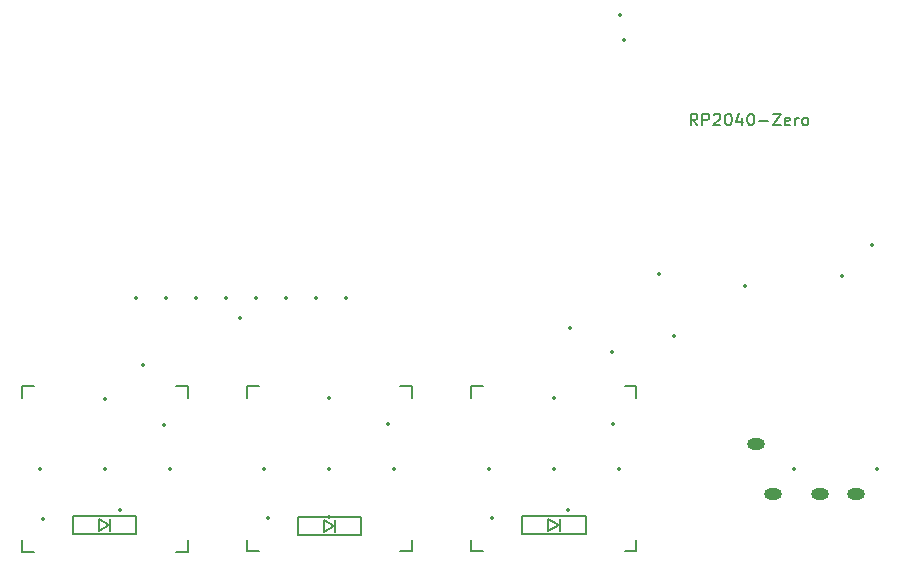
<source format=gto>
%TF.GenerationSoftware,KiCad,Pcbnew,7.0.7*%
%TF.CreationDate,2024-08-20T00:07:22+09:00*%
%TF.ProjectId,trackmacro,74726163-6b6d-4616-9372-6f2e6b696361,rev?*%
%TF.SameCoordinates,Original*%
%TF.FileFunction,Legend,Top*%
%TF.FilePolarity,Positive*%
%FSLAX46Y46*%
G04 Gerber Fmt 4.6, Leading zero omitted, Abs format (unit mm)*
G04 Created by KiCad (PCBNEW 7.0.7) date 2024-08-20 00:07:22*
%MOMM*%
%LPD*%
G01*
G04 APERTURE LIST*
%ADD10C,0.150000*%
%ADD11C,0.350000*%
%ADD12O,1.500000X1.000000*%
G04 APERTURE END LIST*
D10*
X80149047Y-50519819D02*
X79815714Y-50043628D01*
X79577619Y-50519819D02*
X79577619Y-49519819D01*
X79577619Y-49519819D02*
X79958571Y-49519819D01*
X79958571Y-49519819D02*
X80053809Y-49567438D01*
X80053809Y-49567438D02*
X80101428Y-49615057D01*
X80101428Y-49615057D02*
X80149047Y-49710295D01*
X80149047Y-49710295D02*
X80149047Y-49853152D01*
X80149047Y-49853152D02*
X80101428Y-49948390D01*
X80101428Y-49948390D02*
X80053809Y-49996009D01*
X80053809Y-49996009D02*
X79958571Y-50043628D01*
X79958571Y-50043628D02*
X79577619Y-50043628D01*
X80577619Y-50519819D02*
X80577619Y-49519819D01*
X80577619Y-49519819D02*
X80958571Y-49519819D01*
X80958571Y-49519819D02*
X81053809Y-49567438D01*
X81053809Y-49567438D02*
X81101428Y-49615057D01*
X81101428Y-49615057D02*
X81149047Y-49710295D01*
X81149047Y-49710295D02*
X81149047Y-49853152D01*
X81149047Y-49853152D02*
X81101428Y-49948390D01*
X81101428Y-49948390D02*
X81053809Y-49996009D01*
X81053809Y-49996009D02*
X80958571Y-50043628D01*
X80958571Y-50043628D02*
X80577619Y-50043628D01*
X81530000Y-49615057D02*
X81577619Y-49567438D01*
X81577619Y-49567438D02*
X81672857Y-49519819D01*
X81672857Y-49519819D02*
X81910952Y-49519819D01*
X81910952Y-49519819D02*
X82006190Y-49567438D01*
X82006190Y-49567438D02*
X82053809Y-49615057D01*
X82053809Y-49615057D02*
X82101428Y-49710295D01*
X82101428Y-49710295D02*
X82101428Y-49805533D01*
X82101428Y-49805533D02*
X82053809Y-49948390D01*
X82053809Y-49948390D02*
X81482381Y-50519819D01*
X81482381Y-50519819D02*
X82101428Y-50519819D01*
X82720476Y-49519819D02*
X82815714Y-49519819D01*
X82815714Y-49519819D02*
X82910952Y-49567438D01*
X82910952Y-49567438D02*
X82958571Y-49615057D01*
X82958571Y-49615057D02*
X83006190Y-49710295D01*
X83006190Y-49710295D02*
X83053809Y-49900771D01*
X83053809Y-49900771D02*
X83053809Y-50138866D01*
X83053809Y-50138866D02*
X83006190Y-50329342D01*
X83006190Y-50329342D02*
X82958571Y-50424580D01*
X82958571Y-50424580D02*
X82910952Y-50472200D01*
X82910952Y-50472200D02*
X82815714Y-50519819D01*
X82815714Y-50519819D02*
X82720476Y-50519819D01*
X82720476Y-50519819D02*
X82625238Y-50472200D01*
X82625238Y-50472200D02*
X82577619Y-50424580D01*
X82577619Y-50424580D02*
X82530000Y-50329342D01*
X82530000Y-50329342D02*
X82482381Y-50138866D01*
X82482381Y-50138866D02*
X82482381Y-49900771D01*
X82482381Y-49900771D02*
X82530000Y-49710295D01*
X82530000Y-49710295D02*
X82577619Y-49615057D01*
X82577619Y-49615057D02*
X82625238Y-49567438D01*
X82625238Y-49567438D02*
X82720476Y-49519819D01*
X83910952Y-49853152D02*
X83910952Y-50519819D01*
X83672857Y-49472200D02*
X83434762Y-50186485D01*
X83434762Y-50186485D02*
X84053809Y-50186485D01*
X84625238Y-49519819D02*
X84720476Y-49519819D01*
X84720476Y-49519819D02*
X84815714Y-49567438D01*
X84815714Y-49567438D02*
X84863333Y-49615057D01*
X84863333Y-49615057D02*
X84910952Y-49710295D01*
X84910952Y-49710295D02*
X84958571Y-49900771D01*
X84958571Y-49900771D02*
X84958571Y-50138866D01*
X84958571Y-50138866D02*
X84910952Y-50329342D01*
X84910952Y-50329342D02*
X84863333Y-50424580D01*
X84863333Y-50424580D02*
X84815714Y-50472200D01*
X84815714Y-50472200D02*
X84720476Y-50519819D01*
X84720476Y-50519819D02*
X84625238Y-50519819D01*
X84625238Y-50519819D02*
X84530000Y-50472200D01*
X84530000Y-50472200D02*
X84482381Y-50424580D01*
X84482381Y-50424580D02*
X84434762Y-50329342D01*
X84434762Y-50329342D02*
X84387143Y-50138866D01*
X84387143Y-50138866D02*
X84387143Y-49900771D01*
X84387143Y-49900771D02*
X84434762Y-49710295D01*
X84434762Y-49710295D02*
X84482381Y-49615057D01*
X84482381Y-49615057D02*
X84530000Y-49567438D01*
X84530000Y-49567438D02*
X84625238Y-49519819D01*
X85387143Y-50138866D02*
X86149048Y-50138866D01*
X86530000Y-49519819D02*
X87196666Y-49519819D01*
X87196666Y-49519819D02*
X86530000Y-50519819D01*
X86530000Y-50519819D02*
X87196666Y-50519819D01*
X87958571Y-50472200D02*
X87863333Y-50519819D01*
X87863333Y-50519819D02*
X87672857Y-50519819D01*
X87672857Y-50519819D02*
X87577619Y-50472200D01*
X87577619Y-50472200D02*
X87530000Y-50376961D01*
X87530000Y-50376961D02*
X87530000Y-49996009D01*
X87530000Y-49996009D02*
X87577619Y-49900771D01*
X87577619Y-49900771D02*
X87672857Y-49853152D01*
X87672857Y-49853152D02*
X87863333Y-49853152D01*
X87863333Y-49853152D02*
X87958571Y-49900771D01*
X87958571Y-49900771D02*
X88006190Y-49996009D01*
X88006190Y-49996009D02*
X88006190Y-50091247D01*
X88006190Y-50091247D02*
X87530000Y-50186485D01*
X88434762Y-50519819D02*
X88434762Y-49853152D01*
X88434762Y-50043628D02*
X88482381Y-49948390D01*
X88482381Y-49948390D02*
X88530000Y-49900771D01*
X88530000Y-49900771D02*
X88625238Y-49853152D01*
X88625238Y-49853152D02*
X88720476Y-49853152D01*
X89196667Y-50519819D02*
X89101429Y-50472200D01*
X89101429Y-50472200D02*
X89053810Y-50424580D01*
X89053810Y-50424580D02*
X89006191Y-50329342D01*
X89006191Y-50329342D02*
X89006191Y-50043628D01*
X89006191Y-50043628D02*
X89053810Y-49948390D01*
X89053810Y-49948390D02*
X89101429Y-49900771D01*
X89101429Y-49900771D02*
X89196667Y-49853152D01*
X89196667Y-49853152D02*
X89339524Y-49853152D01*
X89339524Y-49853152D02*
X89434762Y-49900771D01*
X89434762Y-49900771D02*
X89482381Y-49948390D01*
X89482381Y-49948390D02*
X89530000Y-50043628D01*
X89530000Y-50043628D02*
X89530000Y-50329342D01*
X89530000Y-50329342D02*
X89482381Y-50424580D01*
X89482381Y-50424580D02*
X89434762Y-50472200D01*
X89434762Y-50472200D02*
X89339524Y-50519819D01*
X89339524Y-50519819D02*
X89196667Y-50519819D01*
%TO.C,SW3*%
X74995000Y-85575000D02*
X74995000Y-86575000D01*
X74995000Y-72575000D02*
X74995000Y-73575000D01*
X74995000Y-72575000D02*
X73995000Y-72575000D01*
X73995000Y-86575000D02*
X74995000Y-86575000D01*
X61995000Y-72575000D02*
X60995000Y-72575000D01*
X60995000Y-86575000D02*
X61995000Y-86575000D01*
X60995000Y-86575000D02*
X60995000Y-85575000D01*
X60995000Y-73575000D02*
X60995000Y-72575000D01*
X60995000Y-72575000D02*
X61995000Y-72575000D01*
%TO.C,SW2*%
X56000000Y-85575000D02*
X56000000Y-86575000D01*
X56000000Y-72575000D02*
X56000000Y-73575000D01*
X56000000Y-72575000D02*
X55000000Y-72575000D01*
X55000000Y-86575000D02*
X56000000Y-86575000D01*
X43000000Y-72575000D02*
X42000000Y-72575000D01*
X42000000Y-86575000D02*
X43000000Y-86575000D01*
X42000000Y-86575000D02*
X42000000Y-85575000D01*
X42000000Y-73575000D02*
X42000000Y-72575000D01*
X42000000Y-72575000D02*
X43000000Y-72575000D01*
%TO.C,SW1*%
X37000000Y-85600000D02*
X37000000Y-86600000D01*
X37000000Y-72600000D02*
X37000000Y-73600000D01*
X37000000Y-72600000D02*
X36000000Y-72600000D01*
X36000000Y-86600000D02*
X37000000Y-86600000D01*
X24000000Y-72600000D02*
X23000000Y-72600000D01*
X23000000Y-86600000D02*
X24000000Y-86600000D01*
X23000000Y-86600000D02*
X23000000Y-85600000D01*
X23000000Y-73600000D02*
X23000000Y-72600000D01*
X23000000Y-72600000D02*
X24000000Y-72600000D01*
%TO.C,D3*%
X70700000Y-85075000D02*
X70700000Y-83575000D01*
X70700000Y-83575000D02*
X65300000Y-83575000D01*
X68500000Y-84825000D02*
X68500000Y-83825000D01*
X68400000Y-84325000D02*
X67500000Y-84825000D01*
X67500000Y-84825000D02*
X67500000Y-83825000D01*
X67500000Y-83825000D02*
X68400000Y-84325000D01*
X65300000Y-85075000D02*
X70700000Y-85075000D01*
X65300000Y-85075000D02*
X65300000Y-83575000D01*
%TO.C,D1*%
X32650000Y-85075000D02*
X32650000Y-83575000D01*
X32650000Y-83575000D02*
X27250000Y-83575000D01*
X30450000Y-84825000D02*
X30450000Y-83825000D01*
X30350000Y-84325000D02*
X29450000Y-84825000D01*
X29450000Y-84825000D02*
X29450000Y-83825000D01*
X29450000Y-83825000D02*
X30350000Y-84325000D01*
X27250000Y-85075000D02*
X32650000Y-85075000D01*
X27250000Y-85075000D02*
X27250000Y-83575000D01*
%TO.C,D2*%
X51700000Y-85175000D02*
X51700000Y-83675000D01*
X51700000Y-83675000D02*
X46300000Y-83675000D01*
X49500000Y-84925000D02*
X49500000Y-83925000D01*
X49400000Y-84425000D02*
X48500000Y-84925000D01*
X48500000Y-84925000D02*
X48500000Y-83925000D01*
X48500000Y-83925000D02*
X49400000Y-84425000D01*
X46300000Y-85175000D02*
X51700000Y-85175000D01*
X46300000Y-85175000D02*
X46300000Y-83675000D01*
%TD*%
D11*
X92402300Y-63239300D03*
X31277500Y-83087500D03*
X49000000Y-83700900D03*
X69223600Y-83074400D03*
X72900000Y-69700000D03*
X73950000Y-43275000D03*
X41419349Y-66804229D03*
X73575000Y-41175000D03*
X84175000Y-64075000D03*
X69375000Y-67675500D03*
X76875000Y-63075000D03*
X78200000Y-68375000D03*
X33175000Y-70790400D03*
X94960000Y-60656800D03*
X95375000Y-79600000D03*
X88375000Y-79600000D03*
D12*
X85075000Y-77500000D03*
X93575000Y-81700000D03*
X90575000Y-81700000D03*
X86575000Y-81700000D03*
D11*
X73495000Y-79575000D03*
X72995000Y-75825000D03*
X67995000Y-79575000D03*
X67995000Y-73625000D03*
X62775000Y-83775000D03*
X62495000Y-79575000D03*
X54500000Y-79575000D03*
X54000000Y-75825000D03*
X49000000Y-79575000D03*
X49000000Y-73625000D03*
X43780000Y-83775000D03*
X43500000Y-79575000D03*
X35500000Y-79600000D03*
X35000000Y-75850000D03*
X30000000Y-79600000D03*
X30000000Y-73650000D03*
X24780000Y-83800000D03*
X24500000Y-79600000D03*
X50400000Y-65100000D03*
X47860000Y-65100000D03*
X45320000Y-65100000D03*
X42780000Y-65100000D03*
X40240000Y-65100000D03*
X37700000Y-65100000D03*
X35160000Y-65100000D03*
X32620000Y-65100000D03*
M02*

</source>
